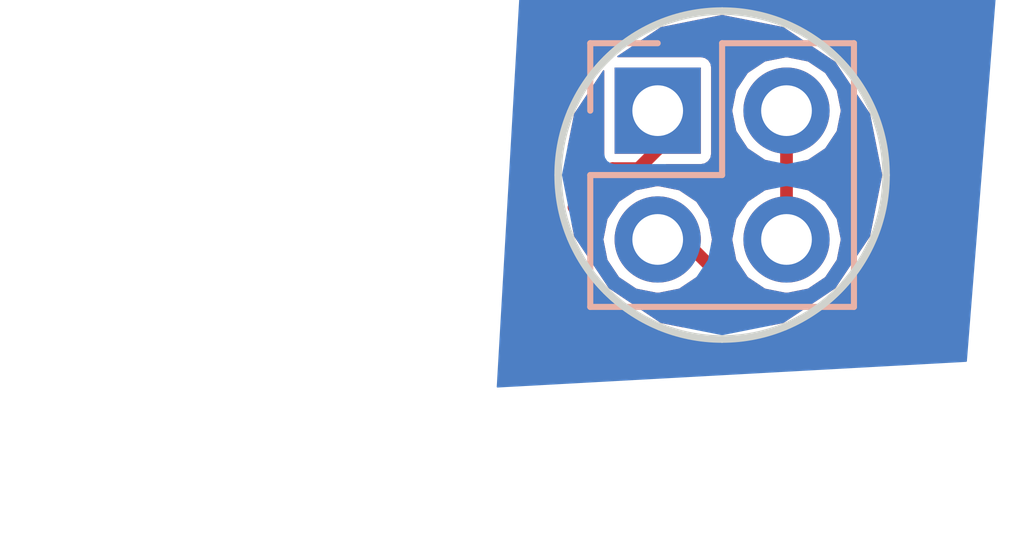
<source format=kicad_pcb>
(kicad_pcb (version 4) (host pcbnew 4.0.7)

  (general
    (links 0)
    (no_connects 0)
    (area 132.328107 61.970107 138.943893 68.585893)
    (thickness 1.6)
    (drawings 18)
    (tracks 7)
    (zones 0)
    (modules 1)
    (nets 1)
  )

  (page A4)
  (layers
    (0 F.Cu signal)
    (31 B.Cu signal hide)
    (32 B.Adhes user)
    (33 F.Adhes user)
    (34 B.Paste user)
    (35 F.Paste user)
    (36 B.SilkS user)
    (37 F.SilkS user)
    (38 B.Mask user)
    (39 F.Mask user)
    (40 Dwgs.User user)
    (41 Cmts.User user)
    (42 Eco1.User user)
    (43 Eco2.User user)
    (44 Edge.Cuts user)
    (45 Margin user)
    (46 B.CrtYd user)
    (47 F.CrtYd user)
    (48 B.Fab user)
    (49 F.Fab user)
  )

  (setup
    (last_trace_width 0.25)
    (trace_clearance 0.2)
    (zone_clearance 0)
    (zone_45_only no)
    (trace_min 0.2)
    (segment_width 0.2)
    (edge_width 0.15)
    (via_size 0.6)
    (via_drill 0.4)
    (via_min_size 0.4)
    (via_min_drill 0.3)
    (uvia_size 0.3)
    (uvia_drill 0.1)
    (uvias_allowed no)
    (uvia_min_size 0.2)
    (uvia_min_drill 0.1)
    (pcb_text_width 0.3)
    (pcb_text_size 1.5 1.5)
    (mod_edge_width 0.15)
    (mod_text_size 1 1)
    (mod_text_width 0.15)
    (pad_size 1.524 1.524)
    (pad_drill 0.762)
    (pad_to_mask_clearance 0.2)
    (aux_axis_origin 0 0)
    (visible_elements FFFFFF5F)
    (pcbplotparams
      (layerselection 0x00030_80000001)
      (usegerberextensions false)
      (excludeedgelayer true)
      (linewidth 0.100000)
      (plotframeref false)
      (viasonmask false)
      (mode 1)
      (useauxorigin false)
      (hpglpennumber 1)
      (hpglpenspeed 20)
      (hpglpendiameter 15)
      (hpglpenoverlay 2)
      (psnegative false)
      (psa4output false)
      (plotreference true)
      (plotvalue true)
      (plotinvisibletext false)
      (padsonsilk false)
      (subtractmaskfromsilk false)
      (outputformat 1)
      (mirror false)
      (drillshape 1)
      (scaleselection 1)
      (outputdirectory ""))
  )

  (net 0 "")

  (net_class Default "This is the default net class."
    (clearance 0.2)
    (trace_width 0.25)
    (via_dia 0.6)
    (via_drill 0.4)
    (uvia_dia 0.3)
    (uvia_drill 0.1)
  )

  (module Pin_Headers:Pin_Header_Straight_2x02_Pitch2.54mm (layer B.Cu) (tedit 59FD1933) (tstamp 59FD18AF)
    (at 134.366 64.008 270)
    (descr "Through hole straight pin header, 2x02, 2.54mm pitch, double rows")
    (tags "Through hole pin header THT 2x02 2.54mm double row")
    (fp_text reference REF** (at 1.27 2.33 270) (layer B.SilkS) hide
      (effects (font (size 1 1) (thickness 0.15)) (justify mirror))
    )
    (fp_text value Pin_Header_Straight_2x02_Pitch2.54mm (at -18.669 -9.398 270) (layer B.Fab)
      (effects (font (size 1 1) (thickness 0.15)) (justify mirror))
    )
    (fp_line (start 0 1.27) (end 3.81 1.27) (layer B.Fab) (width 0.1))
    (fp_line (start 3.81 1.27) (end 3.81 -3.81) (layer B.Fab) (width 0.1))
    (fp_line (start 3.81 -3.81) (end -1.27 -3.81) (layer B.Fab) (width 0.1))
    (fp_line (start -1.27 -3.81) (end -1.27 0) (layer B.Fab) (width 0.1))
    (fp_line (start -1.27 0) (end 0 1.27) (layer B.Fab) (width 0.1))
    (fp_line (start -1.33 -3.87) (end 3.87 -3.87) (layer B.SilkS) (width 0.12))
    (fp_line (start -1.33 -1.27) (end -1.33 -3.87) (layer B.SilkS) (width 0.12))
    (fp_line (start 3.87 1.33) (end 3.87 -3.87) (layer B.SilkS) (width 0.12))
    (fp_line (start -1.33 -1.27) (end 1.27 -1.27) (layer B.SilkS) (width 0.12))
    (fp_line (start 1.27 -1.27) (end 1.27 1.33) (layer B.SilkS) (width 0.12))
    (fp_line (start 1.27 1.33) (end 3.87 1.33) (layer B.SilkS) (width 0.12))
    (fp_line (start -1.33 0) (end -1.33 1.33) (layer B.SilkS) (width 0.12))
    (fp_line (start -1.33 1.33) (end 0 1.33) (layer B.SilkS) (width 0.12))
    (fp_line (start -1.8 1.8) (end -1.8 -4.35) (layer B.CrtYd) (width 0.05))
    (fp_line (start -1.8 -4.35) (end 4.35 -4.35) (layer B.CrtYd) (width 0.05))
    (fp_line (start 4.35 -4.35) (end 4.35 1.8) (layer B.CrtYd) (width 0.05))
    (fp_line (start 4.35 1.8) (end -1.8 1.8) (layer B.CrtYd) (width 0.05))
    (fp_text user %R (at 1.27 -1.27 540) (layer B.Fab)
      (effects (font (size 1 1) (thickness 0.15)) (justify mirror))
    )
    (pad 1 thru_hole rect (at 0 0 270) (size 1.7 1.7) (drill 1) (layers *.Cu *.Mask))
    (pad 2 thru_hole oval (at 2.54 0 270) (size 1.7 1.7) (drill 1) (layers *.Cu *.Mask))
    (pad 3 thru_hole oval (at 0 -2.54 270) (size 1.7 1.7) (drill 1) (layers *.Cu *.Mask))
    (pad 4 thru_hole oval (at 2.54 -2.54 270) (size 1.7 1.7) (drill 1) (layers *.Cu *.Mask))
    (model ${KISYS3DMOD}/Pin_Headers.3dshapes/Pin_Header_Straight_2x02_Pitch2.54mm.wrl
      (at (xyz 0 0 0))
      (scale (xyz 1 1 1))
      (rotate (xyz 0 0 0))
    )
  )

  (gr_line (start 133.477 65.151) (end 132.715 65.913) (angle 90) (layer F.Mask) (width 0.2))
  (gr_line (start 133.985 65.151) (end 133.477 65.151) (angle 90) (layer F.Mask) (width 0.2))
  (gr_line (start 134.366 64.77) (end 133.985 65.151) (angle 90) (layer F.Mask) (width 0.2))
  (gr_line (start 134.366 64.008) (end 134.366 64.77) (angle 90) (layer F.Mask) (width 0.2))
  (gr_line (start 136.906 66.548) (end 136.906 64.008) (angle 90) (layer F.Mask) (width 0.2))
  (gr_line (start 135.636 67.31) (end 134.874 66.548) (angle 90) (layer F.Mask) (width 0.2))
  (gr_line (start 135.636 68.326) (end 135.636 67.31) (angle 90) (layer F.Mask) (width 0.2))
  (gr_line (start 132.842 66.421) (end 132.842 65.786) (angle 90) (layer F.Mask) (width 0.2))
  (gr_circle (center 135.636 65.278) (end 133.35 62.992) (layer Edge.Cuts) (width 0.15))
  (gr_circle (center 135.636 65.278) (end 135.636 63.754) (layer Dwgs.User) (width 0.2))
  (gr_circle (center 135.636 65.278) (end 135.509 62.357) (layer B.Mask) (width 0.508))
  (gr_circle (center 135.636 65.278) (end 135.382 62.357) (layer F.Mask) (width 0.508))
  (gr_line (start 138.938 61.976) (end 138.938 68.707) (angle 90) (layer Dwgs.User) (width 0.2))
  (gr_line (start 132.588 61.976) (end 138.938 61.976) (angle 90) (layer Dwgs.User) (width 0.2))
  (gr_line (start 132.588 68.453) (end 132.588 61.976) (angle 90) (layer Dwgs.User) (width 0.2))
  (gr_line (start 138.938 68.326) (end 132.461 68.326) (angle 90) (layer Dwgs.User) (width 0.2))
  (dimension 6.35 (width 0.3) (layer Dwgs.User)
    (gr_text "0.2500 in" (at 127.682 65.151 90) (layer Dwgs.User)
      (effects (font (size 1.5 1.5) (thickness 0.3)))
    )
    (feature1 (pts (xy 132.588 61.976) (xy 126.332 61.976)))
    (feature2 (pts (xy 132.588 68.326) (xy 126.332 68.326)))
    (crossbar (pts (xy 129.032 68.326) (xy 129.032 61.976)))
    (arrow1a (pts (xy 129.032 61.976) (xy 129.618421 63.102504)))
    (arrow1b (pts (xy 129.032 61.976) (xy 128.445579 63.102504)))
    (arrow2a (pts (xy 129.032 68.326) (xy 129.618421 67.199496)))
    (arrow2b (pts (xy 129.032 68.326) (xy 128.445579 67.199496)))
  )
  (dimension 6.35 (width 0.3) (layer Dwgs.User)
    (gr_text "0.2500 in" (at 135.763 73.232) (layer Dwgs.User)
      (effects (font (size 1.5 1.5) (thickness 0.3)))
    )
    (feature1 (pts (xy 132.588 68.326) (xy 132.588 74.582)))
    (feature2 (pts (xy 138.938 68.326) (xy 138.938 74.582)))
    (crossbar (pts (xy 138.938 71.882) (xy 132.588 71.882)))
    (arrow1a (pts (xy 132.588 71.882) (xy 133.714504 71.295579)))
    (arrow1b (pts (xy 132.588 71.882) (xy 133.714504 72.468421)))
    (arrow2a (pts (xy 138.938 71.882) (xy 137.811496 71.295579)))
    (arrow2b (pts (xy 138.938 71.882) (xy 137.811496 72.468421)))
  )

  (segment (start 134.366 64.008) (end 134.366 64.77) (width 0.25) (layer F.Cu) (net 0))
  (segment (start 133.477 65.151) (end 132.715 65.913) (width 0.25) (layer F.Cu) (net 0) (tstamp 59FD1AB6))
  (segment (start 133.985 65.151) (end 133.477 65.151) (width 0.25) (layer F.Cu) (net 0) (tstamp 59FD1AB3))
  (segment (start 134.366 64.77) (end 133.985 65.151) (width 0.25) (layer F.Cu) (net 0) (tstamp 59FD1AA6))
  (segment (start 136.906 66.675) (end 136.906 64.008) (width 0.25) (layer F.Cu) (net 0))
  (segment (start 135.636 68.199) (end 135.636 67.31) (width 0.25) (layer F.Cu) (net 0))
  (segment (start 135.636 67.31) (end 134.874 66.548) (width 0.25) (layer F.Cu) (net 0) (tstamp 59FD19E6))

  (zone (net 0) (net_name "") (layer F.Cu) (tstamp 59FCC7AE) (hatch edge 0.508)
    (connect_pads yes (clearance 0))
    (min_thickness 0.0254)
    (fill yes (arc_segments 16) (thermal_gap 0.508) (thermal_bridge_width 0.508))
    (polygon
      (pts
        (xy 138.811 68.199) (xy 132.588 68.326) (xy 132.588 61.976) (xy 138.938 61.976)
      )
    )
    (filled_polygon
      (pts
        (xy 133.287987 67.626013) (xy 134.26535 68.279066) (xy 132.6007 68.313039) (xy 132.6007 66.597416)
      )
    )
    (filled_polygon
      (pts
        (xy 136.839613 62.372221) (xy 137.859987 63.054013) (xy 138.541779 64.074387) (xy 138.781192 65.278) (xy 138.541779 66.481613)
        (xy 137.859987 67.501987) (xy 136.839613 68.183779) (xy 136.600115 68.231418) (xy 135.964672 68.244386) (xy 135.9737 68.199)
        (xy 135.9737 67.31) (xy 135.947994 67.180768) (xy 135.87479 67.07121) (xy 135.433271 66.629691) (xy 135.44952 66.548)
        (xy 135.368627 66.141322) (xy 135.138262 65.796558) (xy 134.793498 65.566193) (xy 134.38682 65.4853) (xy 134.34518 65.4853)
        (xy 133.938502 65.566193) (xy 133.593738 65.796558) (xy 133.363373 66.141322) (xy 133.28248 66.548) (xy 133.363373 66.954678)
        (xy 133.593738 67.299442) (xy 133.938502 67.529807) (xy 134.34518 67.6107) (xy 134.38682 67.6107) (xy 134.793498 67.529807)
        (xy 135.138262 67.299442) (xy 135.142107 67.293687) (xy 135.2983 67.44988) (xy 135.2983 68.199) (xy 135.309986 68.257747)
        (xy 134.851311 68.267108) (xy 134.432387 68.183779) (xy 133.412013 67.501987) (xy 132.730221 66.481613) (xy 132.683024 66.24434)
        (xy 132.715 66.2507) (xy 132.844232 66.224994) (xy 132.95379 66.15179) (xy 133.61688 65.4887) (xy 133.985 65.4887)
        (xy 134.114232 65.462994) (xy 134.22379 65.38979) (xy 134.538713 65.074867) (xy 135.216 65.074867) (xy 135.294822 65.060036)
        (xy 135.367215 65.013452) (xy 135.415781 64.942373) (xy 135.432867 64.858) (xy 135.432867 64.008) (xy 135.82248 64.008)
        (xy 135.903373 64.414678) (xy 136.133738 64.759442) (xy 136.478502 64.989807) (xy 136.5683 65.007669) (xy 136.5683 65.548331)
        (xy 136.478502 65.566193) (xy 136.133738 65.796558) (xy 135.903373 66.141322) (xy 135.82248 66.548) (xy 135.903373 66.954678)
        (xy 136.133738 67.299442) (xy 136.478502 67.529807) (xy 136.88518 67.6107) (xy 136.92682 67.6107) (xy 137.333498 67.529807)
        (xy 137.678262 67.299442) (xy 137.908627 66.954678) (xy 137.98952 66.548) (xy 137.908627 66.141322) (xy 137.678262 65.796558)
        (xy 137.333498 65.566193) (xy 137.2437 65.548331) (xy 137.2437 65.007669) (xy 137.333498 64.989807) (xy 137.678262 64.759442)
        (xy 137.908627 64.414678) (xy 137.98952 64.008) (xy 137.908627 63.601322) (xy 137.678262 63.256558) (xy 137.333498 63.026193)
        (xy 136.92682 62.9453) (xy 136.88518 62.9453) (xy 136.478502 63.026193) (xy 136.133738 63.256558) (xy 135.903373 63.601322)
        (xy 135.82248 64.008) (xy 135.432867 64.008) (xy 135.432867 63.158) (xy 135.418036 63.079178) (xy 135.371452 63.006785)
        (xy 135.300373 62.958219) (xy 135.216 62.941133) (xy 133.58095 62.941133) (xy 134.432387 62.372221) (xy 135.636 62.132808)
      )
    )
    (filled_polygon
      (pts
        (xy 138.798552 68.186552) (xy 137.093015 68.221359) (xy 137.984013 67.626013) (xy 138.703827 66.548736) (xy 138.846628 65.830826)
      )
    )
    (filled_polygon
      (pts
        (xy 133.299133 64.858) (xy 133.30139 64.869995) (xy 133.23821 64.91221) (xy 132.6007 65.54972) (xy 132.6007 64.725534)
        (xy 132.730221 64.074387) (xy 133.299133 63.22295)
      )
    )
    (filled_polygon
      (pts
        (xy 138.867093 64.828057) (xy 138.703827 64.007264) (xy 137.984013 62.929987) (xy 136.906736 62.210173) (xy 135.793316 61.9887)
        (xy 138.925039 61.9887)
      )
    )
    (filled_polygon
      (pts
        (xy 134.365264 62.210173) (xy 133.287987 62.929987) (xy 132.6007 63.958584) (xy 132.6007 61.9887) (xy 135.478684 61.9887)
      )
    )
  )
  (zone (net 0) (net_name "") (layer B.Cu) (tstamp 59FCC803) (hatch edge 0.508)
    (connect_pads yes (clearance 0))
    (min_thickness 0.0254)
    (fill yes (arc_segments 16) (thermal_gap 0.508) (thermal_bridge_width 0.508))
    (polygon
      (pts
        (xy 141.097 60.96) (xy 140.462 68.961) (xy 131.191 69.469) (xy 131.699 60.706)
      )
    )
    (filled_polygon
      (pts
        (xy 141.083281 60.972333) (xy 140.450218 68.948926) (xy 131.204502 69.455541) (xy 131.446678 65.278) (xy 132.315408 65.278)
        (xy 132.568173 66.548736) (xy 133.287987 67.626013) (xy 134.365264 68.345827) (xy 135.636 68.598592) (xy 136.906736 68.345827)
        (xy 137.984013 67.626013) (xy 138.703827 66.548736) (xy 138.956592 65.278) (xy 138.703827 64.007264) (xy 137.984013 62.929987)
        (xy 136.906736 62.210173) (xy 135.636 61.957408) (xy 134.365264 62.210173) (xy 133.287987 62.929987) (xy 132.568173 64.007264)
        (xy 132.315408 65.278) (xy 131.446678 65.278) (xy 131.710966 60.719028)
      )
    )
    (filled_polygon
      (pts
        (xy 136.839613 62.372221) (xy 137.859987 63.054013) (xy 138.541779 64.074387) (xy 138.781192 65.278) (xy 138.541779 66.481613)
        (xy 137.859987 67.501987) (xy 136.839613 68.183779) (xy 135.636 68.423192) (xy 134.432387 68.183779) (xy 133.412013 67.501987)
        (xy 132.77458 66.548) (xy 133.28248 66.548) (xy 133.363373 66.954678) (xy 133.593738 67.299442) (xy 133.938502 67.529807)
        (xy 134.34518 67.6107) (xy 134.38682 67.6107) (xy 134.793498 67.529807) (xy 135.138262 67.299442) (xy 135.368627 66.954678)
        (xy 135.44952 66.548) (xy 135.82248 66.548) (xy 135.903373 66.954678) (xy 136.133738 67.299442) (xy 136.478502 67.529807)
        (xy 136.88518 67.6107) (xy 136.92682 67.6107) (xy 137.333498 67.529807) (xy 137.678262 67.299442) (xy 137.908627 66.954678)
        (xy 137.98952 66.548) (xy 137.908627 66.141322) (xy 137.678262 65.796558) (xy 137.333498 65.566193) (xy 136.92682 65.4853)
        (xy 136.88518 65.4853) (xy 136.478502 65.566193) (xy 136.133738 65.796558) (xy 135.903373 66.141322) (xy 135.82248 66.548)
        (xy 135.44952 66.548) (xy 135.368627 66.141322) (xy 135.138262 65.796558) (xy 134.793498 65.566193) (xy 134.38682 65.4853)
        (xy 134.34518 65.4853) (xy 133.938502 65.566193) (xy 133.593738 65.796558) (xy 133.363373 66.141322) (xy 133.28248 66.548)
        (xy 132.77458 66.548) (xy 132.730221 66.481613) (xy 132.490808 65.278) (xy 132.730221 64.074387) (xy 133.299133 63.22295)
        (xy 133.299133 64.858) (xy 133.313964 64.936822) (xy 133.360548 65.009215) (xy 133.431627 65.057781) (xy 133.516 65.074867)
        (xy 135.216 65.074867) (xy 135.294822 65.060036) (xy 135.367215 65.013452) (xy 135.415781 64.942373) (xy 135.432867 64.858)
        (xy 135.432867 64.008) (xy 135.82248 64.008) (xy 135.903373 64.414678) (xy 136.133738 64.759442) (xy 136.478502 64.989807)
        (xy 136.88518 65.0707) (xy 136.92682 65.0707) (xy 137.333498 64.989807) (xy 137.678262 64.759442) (xy 137.908627 64.414678)
        (xy 137.98952 64.008) (xy 137.908627 63.601322) (xy 137.678262 63.256558) (xy 137.333498 63.026193) (xy 136.92682 62.9453)
        (xy 136.88518 62.9453) (xy 136.478502 63.026193) (xy 136.133738 63.256558) (xy 135.903373 63.601322) (xy 135.82248 64.008)
        (xy 135.432867 64.008) (xy 135.432867 63.158) (xy 135.418036 63.079178) (xy 135.371452 63.006785) (xy 135.300373 62.958219)
        (xy 135.216 62.941133) (xy 133.58095 62.941133) (xy 134.432387 62.372221) (xy 135.636 62.132808)
      )
    )
  )
)

</source>
